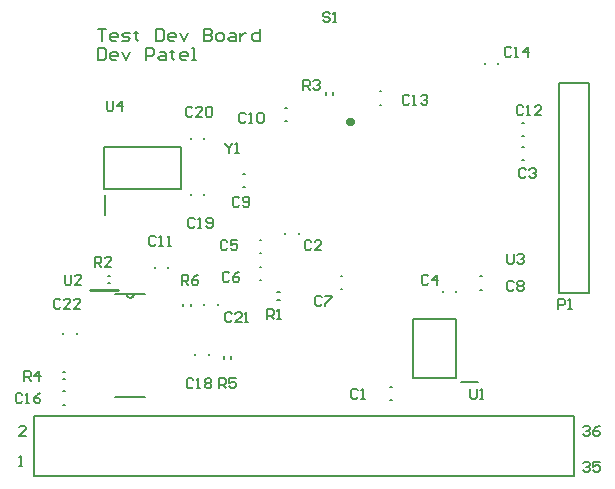
<source format=gto>
G04*
G04 #@! TF.GenerationSoftware,Altium Limited,Altium Designer,21.2.2 (38)*
G04*
G04 Layer_Color=65535*
%FSLAX25Y25*%
%MOIN*%
G70*
G04*
G04 #@! TF.SameCoordinates,C3B877AE-1357-438A-BEA6-5EF708E32FCF*
G04*
G04*
G04 #@! TF.FilePolarity,Positive*
G04*
G01*
G75*
%ADD10C,0.02756*%
%ADD11C,0.00600*%
%ADD12C,0.00787*%
%ADD13C,0.01000*%
%ADD14C,0.00700*%
D10*
X270795Y228500D02*
X270205D01*
X270795D01*
D11*
X195800Y171200D02*
X196151Y170352D01*
X197000Y170000D01*
X197848Y170352D01*
X198200Y171200D01*
X191911D02*
X202089D01*
X191911Y136800D02*
X202089D01*
D12*
X264779Y237606D02*
Y238394D01*
X262221Y237606D02*
Y238394D01*
X301236Y171803D02*
Y172197D01*
X305764Y171803D02*
Y172197D01*
X350000Y171500D02*
Y241500D01*
X340000D02*
X350000D01*
X340000Y171500D02*
Y241500D01*
Y171500D02*
X350000D01*
X205236Y179803D02*
Y180197D01*
X209764Y179803D02*
Y180197D01*
X189606Y174721D02*
X190394D01*
X189606Y177279D02*
X190394D01*
X221736Y167445D02*
Y167839D01*
X226264Y167445D02*
Y167839D01*
X217280Y167106D02*
Y167894D01*
X214721Y167106D02*
Y167894D01*
X218736Y150787D02*
Y151181D01*
X223264Y150787D02*
Y151181D01*
X230780Y149606D02*
Y150394D01*
X228221Y149606D02*
Y150394D01*
X174606Y145280D02*
X175394D01*
X174606Y142720D02*
X175394D01*
X174803Y134236D02*
X175197D01*
X174803Y138764D02*
X175197D01*
X165000Y110500D02*
X345000D01*
X165000Y130500D02*
X345000D01*
X165000Y110500D02*
Y130500D01*
X345000Y110500D02*
Y130500D01*
X188262Y206384D02*
Y220164D01*
X213853D01*
Y206384D02*
Y220164D01*
X188262Y206384D02*
X213853D01*
X188754Y197427D02*
Y204317D01*
X291216Y143157D02*
X305784D01*
X291216D02*
Y162843D01*
X305784D01*
Y143157D02*
Y162843D01*
X307161Y141779D02*
X312968D01*
X283803Y135736D02*
X284197D01*
X283803Y140264D02*
X284197D01*
X313803Y172689D02*
X314197D01*
X313803Y177216D02*
X314197D01*
X240303Y180264D02*
X240697D01*
X240303Y175736D02*
X240697D01*
X246106Y169220D02*
X246894D01*
X246106Y171780D02*
X246894D01*
X280303Y234236D02*
X280697D01*
X280303Y238764D02*
X280697D01*
X327803Y228264D02*
X328197D01*
X327803Y223736D02*
X328197D01*
X253264Y191303D02*
Y191697D01*
X248736Y191303D02*
Y191697D01*
X179264Y157803D02*
Y158197D01*
X174736Y157803D02*
Y158197D01*
X217236Y204303D02*
Y204697D01*
X221764Y204303D02*
Y204697D01*
X267303Y172736D02*
X267697D01*
X267303Y177264D02*
X267697D01*
X327803Y215797D02*
X328197D01*
X327803Y220325D02*
X328197D01*
X240303Y184736D02*
X240697D01*
X240303Y189264D02*
X240697D01*
X217236Y222803D02*
Y223197D01*
X221764Y222803D02*
Y223197D01*
X248803Y228736D02*
X249197D01*
X248803Y233264D02*
X249197D01*
X234803Y211264D02*
X235197D01*
X234803Y206736D02*
X235197D01*
X319764Y247799D02*
Y248193D01*
X315236Y247799D02*
Y248193D01*
D13*
X183500Y172500D02*
X193000D01*
D14*
X186200Y259677D02*
X188866D01*
X187533D01*
Y255679D01*
X192198D02*
X190865D01*
X190199Y256345D01*
Y257678D01*
X190865Y258344D01*
X192198D01*
X192865Y257678D01*
Y257011D01*
X190199D01*
X194197Y255679D02*
X196197D01*
X196863Y256345D01*
X196197Y257011D01*
X194864D01*
X194197Y257678D01*
X194864Y258344D01*
X196863D01*
X198863Y259011D02*
Y258344D01*
X198196D01*
X199529D01*
X198863D01*
Y256345D01*
X199529Y255679D01*
X205527Y259677D02*
Y255679D01*
X207526D01*
X208193Y256345D01*
Y259011D01*
X207526Y259677D01*
X205527D01*
X211525Y255679D02*
X210192D01*
X209526Y256345D01*
Y257678D01*
X210192Y258344D01*
X211525D01*
X212192Y257678D01*
Y257011D01*
X209526D01*
X213525Y258344D02*
X214857Y255679D01*
X216190Y258344D01*
X221522Y259677D02*
Y255679D01*
X223521D01*
X224188Y256345D01*
Y257011D01*
X223521Y257678D01*
X221522D01*
X223521D01*
X224188Y258344D01*
Y259011D01*
X223521Y259677D01*
X221522D01*
X226187Y255679D02*
X227520D01*
X228186Y256345D01*
Y257678D01*
X227520Y258344D01*
X226187D01*
X225521Y257678D01*
Y256345D01*
X226187Y255679D01*
X230186Y258344D02*
X231519D01*
X232185Y257678D01*
Y255679D01*
X230186D01*
X229519Y256345D01*
X230186Y257011D01*
X232185D01*
X233518Y258344D02*
Y255679D01*
Y257011D01*
X234185Y257678D01*
X234851Y258344D01*
X235517D01*
X240183Y259677D02*
Y255679D01*
X238183D01*
X237517Y256345D01*
Y257678D01*
X238183Y258344D01*
X240183D01*
X186200Y253199D02*
Y249200D01*
X188199D01*
X188866Y249866D01*
Y252532D01*
X188199Y253199D01*
X186200D01*
X192198Y249200D02*
X190865D01*
X190199Y249866D01*
Y251199D01*
X190865Y251866D01*
X192198D01*
X192865Y251199D01*
Y250533D01*
X190199D01*
X194197Y251866D02*
X195530Y249200D01*
X196863Y251866D01*
X202195Y249200D02*
Y253199D01*
X204194D01*
X204861Y252532D01*
Y251199D01*
X204194Y250533D01*
X202195D01*
X206860Y251866D02*
X208193D01*
X208859Y251199D01*
Y249200D01*
X206860D01*
X206194Y249866D01*
X206860Y250533D01*
X208859D01*
X210859Y252532D02*
Y251866D01*
X210192D01*
X211525D01*
X210859D01*
Y249866D01*
X211525Y249200D01*
X215524D02*
X214191D01*
X213525Y249866D01*
Y251199D01*
X214191Y251866D01*
X215524D01*
X216190Y251199D01*
Y250533D01*
X213525D01*
X217523Y249200D02*
X218856D01*
X218190D01*
Y253199D01*
X217523D01*
X348000Y126749D02*
X348550Y127299D01*
X349650D01*
X350199Y126749D01*
Y126199D01*
X349650Y125649D01*
X349100D01*
X349650D01*
X350199Y125100D01*
Y124550D01*
X349650Y124000D01*
X348550D01*
X348000Y124550D01*
X353498Y127299D02*
X352399Y126749D01*
X351299Y125649D01*
Y124550D01*
X351849Y124000D01*
X352948D01*
X353498Y124550D01*
Y125100D01*
X352948Y125649D01*
X351299D01*
X348000Y114749D02*
X348550Y115299D01*
X349650D01*
X350199Y114749D01*
Y114199D01*
X349650Y113649D01*
X349100D01*
X349650D01*
X350199Y113100D01*
Y112550D01*
X349650Y112000D01*
X348550D01*
X348000Y112550D01*
X353498Y115299D02*
X351299D01*
Y113649D01*
X352399Y114199D01*
X352948D01*
X353498Y113649D01*
Y112550D01*
X352948Y112000D01*
X351849D01*
X351299Y112550D01*
X160000Y114000D02*
X161100D01*
X160550D01*
Y117299D01*
X160000Y116749D01*
X162199Y124000D02*
X160000D01*
X162199Y126199D01*
Y126749D01*
X161650Y127299D01*
X160550D01*
X160000Y126749D01*
X214251Y174351D02*
Y177649D01*
X215900D01*
X216450Y177100D01*
Y176000D01*
X215900Y175450D01*
X214251D01*
X215351D02*
X216450Y174351D01*
X219749Y177649D02*
X218650Y177100D01*
X217550Y176000D01*
Y174900D01*
X218100Y174351D01*
X219199D01*
X219749Y174900D01*
Y175450D01*
X219199Y176000D01*
X217550D01*
X226751Y139850D02*
Y143149D01*
X228400D01*
X228950Y142600D01*
Y141500D01*
X228400Y140950D01*
X226751D01*
X227851D02*
X228950Y139850D01*
X232249Y143149D02*
X230050D01*
Y141500D01*
X231150Y142050D01*
X231699D01*
X232249Y141500D01*
Y140400D01*
X231699Y139850D01*
X230600D01*
X230050Y140400D01*
X161751Y142350D02*
Y145650D01*
X163400D01*
X163950Y145100D01*
Y144000D01*
X163400Y143450D01*
X161751D01*
X162850D02*
X163950Y142350D01*
X166699D02*
Y145650D01*
X165050Y144000D01*
X167249D01*
X185251Y180350D02*
Y183650D01*
X186900D01*
X187450Y183100D01*
Y182000D01*
X186900Y181450D01*
X185251D01*
X186351D02*
X187450Y180350D01*
X190749D02*
X188550D01*
X190749Y182550D01*
Y183100D01*
X190199Y183650D01*
X189100D01*
X188550Y183100D01*
X230851Y164600D02*
X230301Y165149D01*
X229201D01*
X228651Y164600D01*
Y162400D01*
X229201Y161851D01*
X230301D01*
X230851Y162400D01*
X234150Y161851D02*
X231950D01*
X234150Y164050D01*
Y164600D01*
X233600Y165149D01*
X232500D01*
X231950Y164600D01*
X235249Y161851D02*
X236349D01*
X235799D01*
Y165149D01*
X235249Y164600D01*
X218076Y142584D02*
X217526Y143134D01*
X216426D01*
X215876Y142584D01*
Y140385D01*
X216426Y139835D01*
X217526D01*
X218076Y140385D01*
X219175Y139835D02*
X220275D01*
X219725D01*
Y143134D01*
X219175Y142584D01*
X221924D02*
X222474Y143134D01*
X223574D01*
X224124Y142584D01*
Y142034D01*
X223574Y141484D01*
X224124Y140934D01*
Y140385D01*
X223574Y139835D01*
X222474D01*
X221924Y140385D01*
Y140934D01*
X222474Y141484D01*
X221924Y142034D01*
Y142584D01*
X222474Y141484D02*
X223574D01*
X161076Y137600D02*
X160526Y138149D01*
X159426D01*
X158876Y137600D01*
Y135400D01*
X159426Y134851D01*
X160526D01*
X161076Y135400D01*
X162175Y134851D02*
X163275D01*
X162725D01*
Y138149D01*
X162175Y137600D01*
X167124Y138149D02*
X166024Y137600D01*
X164924Y136500D01*
Y135400D01*
X165474Y134851D01*
X166574D01*
X167124Y135400D01*
Y135950D01*
X166574Y136500D01*
X164924D01*
X205626Y190100D02*
X205076Y190649D01*
X203976D01*
X203426Y190100D01*
Y187900D01*
X203976Y187350D01*
X205076D01*
X205626Y187900D01*
X206725Y187350D02*
X207825D01*
X207275D01*
Y190649D01*
X206725Y190100D01*
X209474Y187350D02*
X210574D01*
X210024D01*
Y190649D01*
X209474Y190100D01*
X322751Y184650D02*
Y181900D01*
X323301Y181351D01*
X324400D01*
X324950Y181900D01*
Y184650D01*
X326050Y184100D02*
X326600Y184650D01*
X327699D01*
X328249Y184100D01*
Y183550D01*
X327699Y183000D01*
X327150D01*
X327699D01*
X328249Y182450D01*
Y181900D01*
X327699Y181351D01*
X326600D01*
X326050Y181900D01*
X273000Y139100D02*
X272450Y139649D01*
X271351D01*
X270801Y139100D01*
Y136900D01*
X271351Y136351D01*
X272450D01*
X273000Y136900D01*
X274100Y136351D02*
X275199D01*
X274650D01*
Y139649D01*
X274100Y139100D01*
X230092Y178100D02*
X229542Y178649D01*
X228442D01*
X227893Y178100D01*
Y175900D01*
X228442Y175350D01*
X229542D01*
X230092Y175900D01*
X233391Y178649D02*
X232291Y178100D01*
X231192Y177000D01*
Y175900D01*
X231741Y175350D01*
X232841D01*
X233391Y175900D01*
Y176450D01*
X232841Y177000D01*
X231192D01*
X242801Y162850D02*
Y166149D01*
X244450D01*
X245000Y165600D01*
Y164500D01*
X244450Y163950D01*
X242801D01*
X243900D02*
X245000Y162850D01*
X246100D02*
X247199D01*
X246650D01*
Y166149D01*
X246100Y165600D01*
X310301Y139649D02*
Y136900D01*
X310851Y136351D01*
X311950D01*
X312500Y136900D01*
Y139649D01*
X313600Y136351D02*
X314699D01*
X314149D01*
Y139649D01*
X313600Y139100D01*
X175251Y177649D02*
Y174900D01*
X175801Y174351D01*
X176900D01*
X177450Y174900D01*
Y177649D01*
X180749Y174351D02*
X178550D01*
X180749Y176550D01*
Y177100D01*
X180199Y177649D01*
X179100D01*
X178550Y177100D01*
X228801Y221650D02*
Y221100D01*
X229900Y220000D01*
X231000Y221100D01*
Y221650D01*
X229900Y220000D02*
Y218351D01*
X232100D02*
X233199D01*
X232649D01*
Y221650D01*
X232100Y221100D01*
X189251Y235649D02*
Y232900D01*
X189801Y232350D01*
X190900D01*
X191450Y232900D01*
Y235649D01*
X194199Y232350D02*
Y235649D01*
X192550Y234000D01*
X194749D01*
X263500Y264600D02*
X262950Y265149D01*
X261851D01*
X261301Y264600D01*
Y264050D01*
X261851Y263500D01*
X262950D01*
X263500Y262950D01*
Y262400D01*
X262950Y261851D01*
X261851D01*
X261301Y262400D01*
X264600Y261851D02*
X265699D01*
X265149D01*
Y265149D01*
X264600Y264600D01*
X254751Y239351D02*
Y242650D01*
X256400D01*
X256950Y242100D01*
Y241000D01*
X256400Y240450D01*
X254751D01*
X255851D02*
X256950Y239351D01*
X258050Y242100D02*
X258600Y242650D01*
X259699D01*
X260249Y242100D01*
Y241550D01*
X259699Y241000D01*
X259150D01*
X259699D01*
X260249Y240450D01*
Y239900D01*
X259699Y239351D01*
X258600D01*
X258050Y239900D01*
X339801Y166350D02*
Y169650D01*
X341450D01*
X342000Y169100D01*
Y168000D01*
X341450Y167450D01*
X339801D01*
X343100Y166350D02*
X344199D01*
X343650D01*
Y169650D01*
X343100Y169100D01*
X173801D02*
X173251Y169650D01*
X172151D01*
X171601Y169100D01*
Y166900D01*
X172151Y166350D01*
X173251D01*
X173801Y166900D01*
X177100Y166350D02*
X174900D01*
X177100Y168550D01*
Y169100D01*
X176550Y169650D01*
X175450D01*
X174900Y169100D01*
X180399Y166350D02*
X178199D01*
X180399Y168550D01*
Y169100D01*
X179849Y169650D01*
X178749D01*
X178199Y169100D01*
X217801Y233100D02*
X217251Y233649D01*
X216151D01*
X215601Y233100D01*
Y230900D01*
X216151Y230350D01*
X217251D01*
X217801Y230900D01*
X221100Y230350D02*
X218900D01*
X221100Y232550D01*
Y233100D01*
X220550Y233649D01*
X219450D01*
X218900Y233100D01*
X222199D02*
X222749Y233649D01*
X223849D01*
X224399Y233100D01*
Y230900D01*
X223849Y230350D01*
X222749D01*
X222199Y230900D01*
Y233100D01*
X218576Y196100D02*
X218026Y196650D01*
X216926D01*
X216376Y196100D01*
Y193900D01*
X216926Y193351D01*
X218026D01*
X218576Y193900D01*
X219675Y193351D02*
X220775D01*
X220225D01*
Y196650D01*
X219675Y196100D01*
X222424Y193900D02*
X222974Y193351D01*
X224074D01*
X224624Y193900D01*
Y196100D01*
X224074Y196650D01*
X222974D01*
X222424Y196100D01*
Y195550D01*
X222974Y195000D01*
X224624D01*
X324076Y253100D02*
X323526Y253649D01*
X322426D01*
X321876Y253100D01*
Y250900D01*
X322426Y250350D01*
X323526D01*
X324076Y250900D01*
X325175Y250350D02*
X326275D01*
X325725D01*
Y253649D01*
X325175Y253100D01*
X329574Y250350D02*
Y253649D01*
X327924Y252000D01*
X330124D01*
X290076Y237100D02*
X289526Y237649D01*
X288426D01*
X287876Y237100D01*
Y234900D01*
X288426Y234350D01*
X289526D01*
X290076Y234900D01*
X291175Y234350D02*
X292275D01*
X291725D01*
Y237649D01*
X291175Y237100D01*
X293924D02*
X294474Y237649D01*
X295574D01*
X296124Y237100D01*
Y236550D01*
X295574Y236000D01*
X295024D01*
X295574D01*
X296124Y235450D01*
Y234900D01*
X295574Y234350D01*
X294474D01*
X293924Y234900D01*
X328076Y233600D02*
X327526Y234150D01*
X326426D01*
X325876Y233600D01*
Y231400D01*
X326426Y230851D01*
X327526D01*
X328076Y231400D01*
X329175Y230851D02*
X330275D01*
X329725D01*
Y234150D01*
X329175Y233600D01*
X334124Y230851D02*
X331924D01*
X334124Y233050D01*
Y233600D01*
X333574Y234150D01*
X332474D01*
X331924Y233600D01*
X235576Y231100D02*
X235026Y231649D01*
X233926D01*
X233376Y231100D01*
Y228900D01*
X233926Y228350D01*
X235026D01*
X235576Y228900D01*
X236675Y228350D02*
X237775D01*
X237225D01*
Y231649D01*
X236675Y231100D01*
X239424D02*
X239974Y231649D01*
X241074D01*
X241624Y231100D01*
Y228900D01*
X241074Y228350D01*
X239974D01*
X239424Y228900D01*
Y231100D01*
X233450Y203100D02*
X232900Y203649D01*
X231801D01*
X231251Y203100D01*
Y200900D01*
X231801Y200350D01*
X232900D01*
X233450Y200900D01*
X234550D02*
X235100Y200350D01*
X236199D01*
X236749Y200900D01*
Y203100D01*
X236199Y203649D01*
X235100D01*
X234550Y203100D01*
Y202550D01*
X235100Y202000D01*
X236749D01*
X324950Y175100D02*
X324400Y175649D01*
X323301D01*
X322751Y175100D01*
Y172900D01*
X323301Y172351D01*
X324400D01*
X324950Y172900D01*
X326050Y175100D02*
X326600Y175649D01*
X327699D01*
X328249Y175100D01*
Y174550D01*
X327699Y174000D01*
X328249Y173450D01*
Y172900D01*
X327699Y172351D01*
X326600D01*
X326050Y172900D01*
Y173450D01*
X326600Y174000D01*
X326050Y174550D01*
Y175100D01*
X326600Y174000D02*
X327699D01*
X260950Y170100D02*
X260400Y170650D01*
X259301D01*
X258751Y170100D01*
Y167900D01*
X259301Y167350D01*
X260400D01*
X260950Y167900D01*
X262050Y170650D02*
X264249D01*
Y170100D01*
X262050Y167900D01*
Y167350D01*
X229450Y188600D02*
X228900Y189149D01*
X227801D01*
X227251Y188600D01*
Y186400D01*
X227801Y185851D01*
X228900D01*
X229450Y186400D01*
X232749Y189149D02*
X230550D01*
Y187500D01*
X231649Y188050D01*
X232199D01*
X232749Y187500D01*
Y186400D01*
X232199Y185851D01*
X231100D01*
X230550Y186400D01*
X296450Y177100D02*
X295900Y177649D01*
X294801D01*
X294251Y177100D01*
Y174900D01*
X294801Y174351D01*
X295900D01*
X296450Y174900D01*
X299199Y174351D02*
Y177649D01*
X297550Y176000D01*
X299749D01*
X328950Y212600D02*
X328400Y213149D01*
X327301D01*
X326751Y212600D01*
Y210400D01*
X327301Y209851D01*
X328400D01*
X328950Y210400D01*
X330050Y212600D02*
X330600Y213149D01*
X331699D01*
X332249Y212600D01*
Y212050D01*
X331699Y211500D01*
X331150D01*
X331699D01*
X332249Y210950D01*
Y210400D01*
X331699Y209851D01*
X330600D01*
X330050Y210400D01*
X257450Y188600D02*
X256900Y189149D01*
X255801D01*
X255251Y188600D01*
Y186400D01*
X255801Y185851D01*
X256900D01*
X257450Y186400D01*
X260749Y185851D02*
X258550D01*
X260749Y188050D01*
Y188600D01*
X260199Y189149D01*
X259100D01*
X258550Y188600D01*
M02*

</source>
